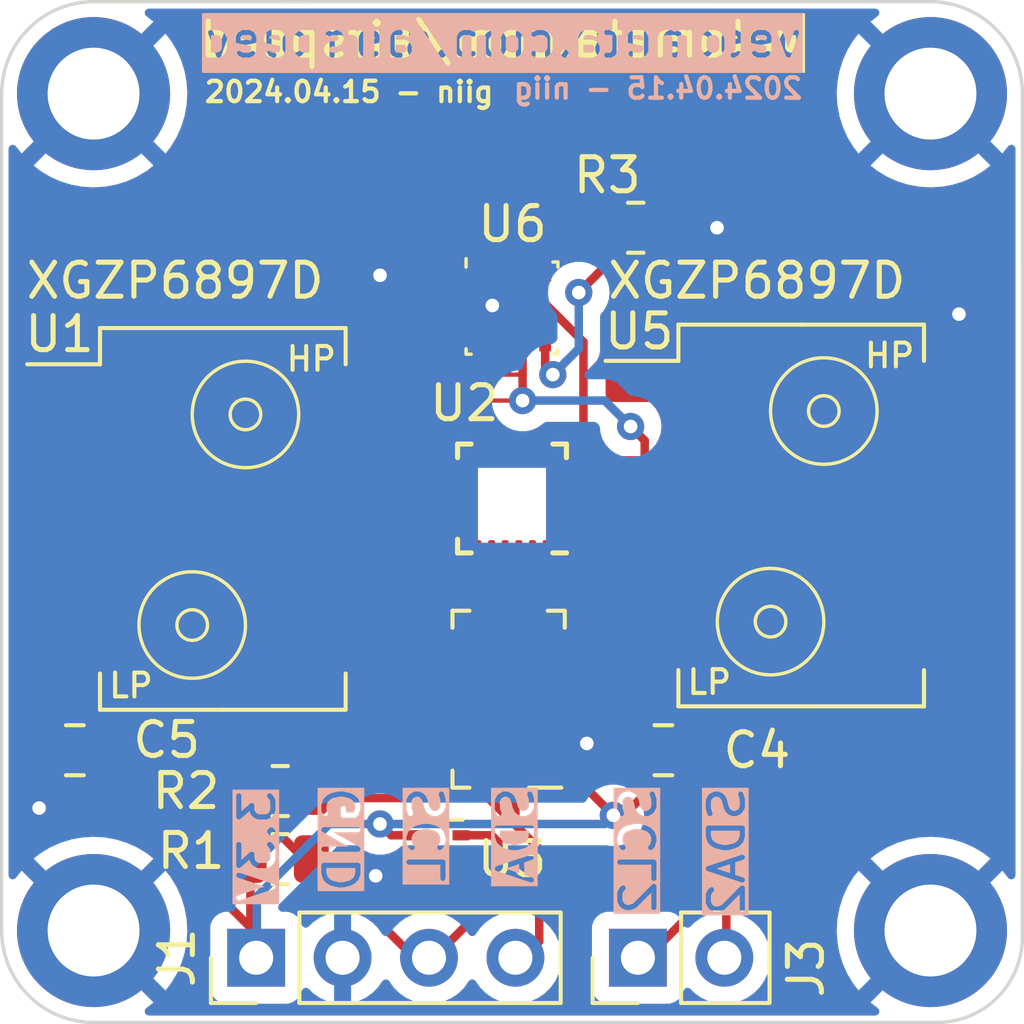
<source format=kicad_pcb>
(kicad_pcb (version 20221018) (generator pcbnew)
  (layers (0 "F.Cu" signal) (31 "B.Cu" signal) (34 "B.Paste" user) (35 "F.Paste" user) (36 "B.SilkS" user "B.Silkscreen") (37 "F.SilkS" user "F.Silkscreen") (38 "B.Mask" user) (39 "F.Mask" user) (44 "Edge.Cuts" user))
  (net 0 "")
  (net 8 "SDA")
  (net 12 "SCL")
  (net 13 "GND")
  (net 14 "3v3")
  (net 26 "Net-(U6-SDO)")
  (net 27 "SDA2")
  (net 28 "SCL2")
  (footprint "Resistor_SMD:R_0805_2012Metric" (layer "F.Cu") (at 68.1875 73.2)
    (fp_text reference "R2" (at -2.7705 0) (layer "F.SilkS" knockout))
    (fp_text value "10k")
    (fp_line (start -0.227064 -0.735) (end 0.227064 -0.735) (stroke (width 0.12)) (layer "F.SilkS"))
    (fp_line (start -0.227064 0.735) (end 0.227064 0.735) (stroke (width 0.12)) (layer "F.SilkS"))
    (pad "1" smd roundrect (at -0.9125 0) (size 1.025 1.4) (layers "F.Cu" "F.Paste" "F.Mask") (roundrect_rratio 0.243902439) (net 14 "3v3"))
    (pad "2" smd roundrect (at 0.9125 0) (size 1.025 1.4) (layers "F.Cu" "F.Paste" "F.Mask") (roundrect_rratio 0.243902439) (net 8 "SDA"))
  )
  (footprint "Capacitor_SMD:C_0805_2012Metric" (layer "F.Cu") (at 79.45 72 180)
    (fp_text reference "C4" (at -2.75 0) (layer "F.SilkS" knockout))
    (fp_text value "C")
    (fp_line (start -0.261252 -0.735) (end 0.261252 -0.735) (stroke (width 0.12)) (layer "F.SilkS"))
    (fp_line (start -0.261252 0.735) (end 0.261252 0.735) (stroke (width 0.12)) (layer "F.SilkS"))
    (pad "1" smd roundrect (at -0.95 0 180) (size 1 1.45) (layers "F.Cu" "F.Paste" "F.Mask") (net 14 "3v3"))
    (pad "2" smd roundrect (at 0.95 0 180) (size 1 1.45) (layers "F.Cu" "F.Paste" "F.Mask") (net 13 "GND"))
  )
  (footprint "Connector_PinHeader_2.54mm:PinHeader_1x04_P2.54mm_Vertical" (layer "F.Cu") (at 67.48 78.1 90)
    (fp_text reference "J1" (at 0 -2.33 90) (layer "F.SilkS"))
    (fp_text value "Conn_01x04_Pin" hide)
    (fp_line (start -1.33 -1.33) (end 0 -1.33) (stroke (width 0.12)) (layer "F.SilkS"))
    (fp_line (start -1.33 0) (end -1.33 -1.33) (stroke (width 0.12)) (layer "F.SilkS"))
    (fp_line (start -1.33 1.27) (end -1.33 8.95) (stroke (width 0.12)) (layer "F.SilkS"))
    (fp_line (start -1.33 1.27) (end 1.33 1.27) (stroke (width 0.12)) (layer "F.SilkS"))
    (fp_line (start -1.33 8.95) (end 1.33 8.95) (stroke (width 0.12)) (layer "F.SilkS"))
    (fp_line (start 1.33 1.27) (end 1.33 8.95) (stroke (width 0.12)) (layer "F.SilkS"))
    (pad "1" thru_hole rect (at 0 0 90) (size 1.7 1.7) (drill 1) (layers "*.Cu" "*.Mask") (net 14 "3v3"))
    (pad "2" thru_hole oval (at 0 2.54 90) (size 1.7 1.7) (drill 1) (layers "*.Cu" "*.Mask") (net 13 "GND"))
    (pad "3" thru_hole oval (at 0 5.08 90) (size 1.7 1.7) (drill 1) (layers "*.Cu" "*.Mask") (net 12 "SCL"))
    (pad "4" thru_hole oval (at 0 7.62 90) (size 1.7 1.7) (drill 1) (layers "*.Cu" "*.Mask") (net 8 "SDA"))
  )
  (footprint "Resistor_SMD:R_0805_2012Metric" (layer "F.Cu") (at 68.1875 75.2)
    (fp_text reference "R1" (at -2.6225 -0.238) (layer "F.SilkS" knockout))
    (fp_text value "10k")
    (fp_line (start -0.227064 -0.735) (end 0.227064 -0.735) (stroke (width 0.12)) (layer "F.SilkS"))
    (fp_line (start -0.227064 0.735) (end 0.227064 0.735) (stroke (width 0.12)) (layer "F.SilkS"))
    (pad "1" smd roundrect (at -0.9125 0) (size 1.025 1.4) (layers "F.Cu" "F.Paste" "F.Mask") (roundrect_rratio 0.243902439) (net 14 "3v3"))
    (pad "2" smd roundrect (at 0.9125 0) (size 1.025 1.4) (layers "F.Cu" "F.Paste" "F.Mask") (roundrect_rratio 0.243902439) (net 12 "SCL"))
  )
  (footprint "Sensor_Motion:InvenSense_QFN-24_3x3mm_P0.4mm" (layer "F.Cu") (at 75 64.6 180)
    (fp_text reference "U2" (at 1.4 2.8) (layer "F.SilkS"))
    (fp_text value "MPU-9250")
    (fp_line (start -1.6 -1.6) (end -1.2 -1.6) (stroke (width 0.15)) (layer "F.SilkS"))
    (fp_line (start -1.6 1.6) (end -1.6 1.2) (stroke (width 0.15)) (layer "F.SilkS"))
    (fp_line (start -1.6 1.6) (end -1.2 1.6) (stroke (width 0.15)) (layer "F.SilkS"))
    (fp_line (start 1.6 -1.6) (end 1.2 -1.6) (stroke (width 0.15)) (layer "F.SilkS"))
    (fp_line (start 1.6 -1.6) (end 1.6 -1.2) (stroke (width 0.15)) (layer "F.SilkS"))
    (fp_line (start 1.6 1.6) (end 1.2 1.6) (stroke (width 0.15)) (layer "F.SilkS"))
    (fp_line (start 1.6 1.6) (end 1.6 1.2) (stroke (width 0.15)) (layer "F.SilkS"))
    (pad "1" smd roundrect (at -1.5 -1 180) (size 0.55 0.2) (layers "F.Cu" "F.Paste" "F.Mask"))
    (pad "2" smd roundrect (at -1.5 -0.6 180) (size 0.55 0.2) (layers "F.Cu" "F.Paste" "F.Mask"))
    (pad "3" smd roundrect (at -1.5 -0.2 180) (size 0.55 0.2) (layers "F.Cu" "F.Paste" "F.Mask"))
    (pad "4" smd roundrect (at -1.5 0.2 180) (size 0.55 0.2) (layers "F.Cu" "F.Paste" "F.Mask"))
    (pad "5" smd roundrect (at -1.5 0.6 180) (size 0.55 0.2) (layers "F.Cu" "F.Paste" "F.Mask"))
    (pad "6" smd roundrect (at -1.5 1 180) (size 0.55 0.2) (layers "F.Cu" "F.Paste" "F.Mask"))
    (pad "7" smd roundrect (at -1 1.5 270) (size 0.55 0.2) (layers "F.Cu" "F.Paste" "F.Mask"))
    (pad "8" smd roundrect (at -0.6 1.5 270) (size 0.55 0.2) (layers "F.Cu" "F.Paste" "F.Mask"))
    (pad "9" smd roundrect (at -0.2 1.5 270) (size 0.55 0.2) (layers "F.Cu" "F.Paste" "F.Mask"))
    (pad "10" smd roundrect (at 0.2 1.5 270) (size 0.55 0.2) (layers "F.Cu" "F.Paste" "F.Mask"))
    (pad "11" smd roundrect (at 0.6 1.5 270) (size 0.55 0.2) (layers "F.Cu" "F.Paste" "F.Mask"))
    (pad "12" smd roundrect (at 1 1.5 270) (size 0.55 0.2) (layers "F.Cu" "F.Paste" "F.Mask"))
    (pad "13" smd roundrect (at 1.5 1 180) (size 0.55 0.2) (layers "F.Cu" "F.Paste" "F.Mask") (net 14 "3v3"))
    (pad "14" smd roundrect (at 1.5 0.6 180) (size 0.55 0.2) (layers "F.Cu" "F.Paste" "F.Mask"))
    (pad "15" smd roundrect (at 1.5 0.2 180) (size 0.55 0.2) (layers "F.Cu" "F.Paste" "F.Mask"))
    (pad "16" smd roundrect (at 1.5 -0.2 180) (size 0.55 0.2) (layers "F.Cu" "F.Paste" "F.Mask"))
    (pad "17" smd roundrect (at 1.5 -0.6 180) (size 0.55 0.2) (layers "F.Cu" "F.Paste" "F.Mask"))
    (pad "18" smd roundrect (at 1.5 -1 180) (size 0.55 0.2) (layers "F.Cu" "F.Paste" "F.Mask") (net 13 "GND"))
    (pad "19" smd roundrect (at 1 -1.5 270) (size 0.55 0.2) (layers "F.Cu" "F.Paste" "F.Mask"))
    (pad "20" smd roundrect (at 0.6 -1.5 270) (size 0.55 0.2) (layers "F.Cu" "F.Paste" "F.Mask"))
    (pad "21" smd roundrect (at 0.2 -1.5 270) (size 0.55 0.2) (layers "F.Cu" "F.Paste" "F.Mask"))
    (pad "22" smd roundrect (at -0.2 -1.5 270) (size 0.55 0.2) (layers "F.Cu" "F.Paste" "F.Mask"))
    (pad "23" smd roundrect (at -0.6 -1.5 270) (size 0.55 0.2) (layers "F.Cu" "F.Paste" "F.Mask") (net 12 "SCL"))
    (pad "24" smd roundrect (at -1 -1.5 270) (size 0.55 0.2) (layers "F.Cu" "F.Paste" "F.Mask") (net 8 "SDA"))
  )
  (footprint "Package_LGA:Bosch_LGA-8_2.5x2.5mm_P0.65mm_ClockwisePinNumbering" (layer "F.Cu") (at 75 59)
    (fp_text reference "U6" (at 0.015 -2.465) (layer "F.SilkS"))
    (fp_text value "BME280")
    (fp_line (start -1.35 -1.2) (end -1.35 -1.45) (stroke (width 0.1)) (layer "F.SilkS"))
    (fp_line (start -1.35 1.35) (end -1.35 1.2) (stroke (width 0.1)) (layer "F.SilkS"))
    (fp_line (start -1.35 1.36) (end -1.2 1.36) (stroke (width 0.1)) (layer "F.SilkS"))
    (fp_line (start 1.2 -1.35) (end 1.35 -1.35) (stroke (width 0.1)) (layer "F.SilkS"))
    (fp_line (start 1.35 -1.35) (end 1.35 -1.2) (stroke (width 0.1)) (layer "F.SilkS"))
    (fp_line (start 1.35 1.35) (end 1.2 1.35) (stroke (width 0.1)) (layer "F.SilkS"))
    (fp_line (start 1.35 1.35) (end 1.35 1.2) (stroke (width 0.1)) (layer "F.SilkS"))
    (pad "1" smd rect (at -0.975 -1.025 90) (size 0.5 0.35) (layers "F.Cu" "F.Paste" "F.Mask") (net 13 "GND"))
    (pad "2" smd rect (at -0.325 -1.025 90) (size 0.5 0.35) (layers "F.Cu" "F.Paste" "F.Mask"))
    (pad "3" smd rect (at 0.325 -1.025 90) (size 0.5 0.35) (layers "F.Cu" "F.Paste" "F.Mask") (net 8 "SDA"))
    (pad "4" smd rect (at 0.975 -1.025 90) (size 0.5 0.35) (layers "F.Cu" "F.Paste" "F.Mask") (net 12 "SCL"))
    (pad "5" smd rect (at 0.975 1.025 90) (size 0.5 0.35) (layers "F.Cu" "F.Paste" "F.Mask") (net 26 "Net-(U6-SDO)"))
    (pad "6" smd rect (at 0.325 1.025 90) (size 0.5 0.35) (layers "F.Cu" "F.Paste" "F.Mask") (net 14 "3v3"))
    (pad "7" smd rect (at -0.325 1.025 90) (size 0.5 0.35) (layers "F.Cu" "F.Paste" "F.Mask") (net 13 "GND"))
    (pad "8" smd rect (at -0.975 1.025 90) (size 0.5 0.35) (layers "F.Cu" "F.Paste" "F.Mask") (net 14 "3v3"))
  )
  (footprint "MountingHole:MountingHole_2.7mm_M2.5_ISO14580_Pad" (layer "F.Cu") (at 62.7 52.7)
    (fp_text reference "H2" hide)
    (fp_text value "MountingHole_Pad" hide)
    (pad "1" thru_hole circle (at 0 0) (size 4.5 4.5) (drill 2.7) (layers "*.Cu" "*.Mask") (net 13 "GND"))
  )
  (footprint "Capacitor_SMD:C_0805_2012Metric" (layer "F.Cu") (at 62.15 72 180)
    (fp_text reference "C5" (at -2.7 0.3) (layer "F.SilkS" knockout))
    (fp_text value "C")
    (fp_line (start -0.261252 -0.735) (end 0.261252 -0.735) (stroke (width 0.12)) (layer "F.SilkS"))
    (fp_line (start -0.261252 0.735) (end 0.261252 0.735) (stroke (width 0.12)) (layer "F.SilkS"))
    (pad "1" smd roundrect (at -0.95 0 180) (size 1 1.45) (layers "F.Cu" "F.Paste" "F.Mask") (net 14 "3v3"))
    (pad "2" smd roundrect (at 0.95 0 180) (size 1 1.45) (layers "F.Cu" "F.Paste" "F.Mask") (net 13 "GND"))
  )
  (footprint "Resistor_SMD:R_0805_2012Metric" (layer "F.Cu") (at 78.6365 56.642)
    (fp_text reference "R3" (at -0.8365 -1.542) (layer "F.SilkS"))
    (fp_text value "10k")
    (fp_line (start -0.227064 -0.735) (end 0.227064 -0.735) (stroke (width 0.12)) (layer "F.SilkS"))
    (fp_line (start -0.227064 0.735) (end 0.227064 0.735) (stroke (width 0.12)) (layer "F.SilkS"))
    (pad "1" smd roundrect (at -0.9125 0) (size 1.025 1.4) (layers "F.Cu" "F.Paste" "F.Mask") (roundrect_rratio 0.243902439) (net 26 "Net-(U6-SDO)"))
    (pad "2" smd roundrect (at 0.9125 0) (size 1.025 1.4) (layers "F.Cu" "F.Paste" "F.Mask") (roundrect_rratio 0.243902439) (net 13 "GND"))
  )
  (footprint "Connector_PinHeader_2.54mm:PinHeader_1x02_P2.54mm_Vertical" (layer "F.Cu") (at 78.7 78.1 90)
    (fp_text reference "J3" (at -0.3 4.94 90) (layer "F.SilkS"))
    (fp_text value "Conn_01x02_Pin" hide)
    (fp_line (start -1.33 -1.33) (end 0 -1.33) (stroke (width 0.12)) (layer "F.SilkS"))
    (fp_line (start -1.33 0) (end -1.33 -1.33) (stroke (width 0.12)) (layer "F.SilkS"))
    (fp_line (start -1.33 1.27) (end -1.33 3.87) (stroke (width 0.12)) (layer "F.SilkS"))
    (fp_line (start -1.33 1.27) (end 1.33 1.27) (stroke (width 0.12)) (layer "F.SilkS"))
    (fp_line (start -1.33 3.87) (end 1.33 3.87) (stroke (width 0.12)) (layer "F.SilkS"))
    (fp_line (start 1.33 1.27) (end 1.33 3.87) (stroke (width 0.12)) (layer "F.SilkS"))
    (pad "1" thru_hole rect (at 0 0 90) (size 1.7 1.7) (drill 1) (layers "*.Cu" "*.Mask") (net 28 "SCL2"))
    (pad "2" thru_hole oval (at 0 2.54 90) (size 1.7 1.7) (drill 1) (layers "*.Cu" "*.Mask") (net 27 "SDA2"))
  )
  (footprint "Sensor_Humidity:Sensirion_DFN-4_1.5x1.5mm_P0.8mm_SHT4x_NoCentralPad" (layer "F.Cu") (at 72.8 74.9 180)
    (fp_text reference "U3" (at -2.2 -0.3) (layer "F.SilkS" knockout))
    (fp_text value "SHT4x" hide)
    (fp_line (start -0.75 0.86) (end 0.75 0.86) (stroke (width 0.12)) (layer "F.SilkS"))
    (fp_line (start 0 -0.86) (end 0.75 -0.86) (stroke (width 0.12)) (layer "F.SilkS"))
    (pad "1" smd rect (at -0.7 -0.4 180) (size 0.5 0.3) (layers "F.Cu" "F.Paste" "F.Mask") (net 8 "SDA"))
    (pad "2" smd rect (at -0.7 0.4 180) (size 0.5 0.3) (layers "F.Cu" "F.Paste" "F.Mask") (net 12 "SCL"))
    (pad "3" smd rect (at 0.7 0.4 180) (size 0.5 0.3) (layers "F.Cu" "F.Paste" "F.Mask") (net 14 "3v3"))
    (pad "4" smd rect (at 0.7 -0.4 180) (size 0.5 0.3) (layers "F.Cu" "F.Paste" "F.Mask") (net 13 "GND"))
  )
  (footprint "MountingHole:MountingHole_2.7mm_M2.5_ISO14580_Pad" (layer "F.Cu") (at 62.7 77.3)
    (fp_text reference "H3" hide)
    (fp_text value "MountingHole_Pad" hide)
    (pad "1" thru_hole circle (at 0 0) (size 4.5 4.5) (drill 2.7) (layers "*.Cu" "*.Mask") (net 13 "GND"))
  )
  (footprint "Package_LGA:LGA-8_3x5mm_P1.25mm" (layer "F.Cu") (at 74.9 70.5 180)
    (fp_text reference "U4" hide)
    (fp_text value "MS5611-01BA" hide)
    (fp_line (start -1.65 2.6) (end -1.65 2.1) (stroke (width 0.12)) (layer "F.SilkS"))
    (fp_line (start -1.55 -2.6) (end -0.6 -2.6) (stroke (width 0.12)) (layer "F.SilkS"))
    (fp_line (start -1.15 2.6) (end -1.65 2.6) (stroke (width 0.12)) (layer "F.SilkS"))
    (fp_line (start 1.15 -2.6) (end 1.65 -2.6) (stroke (width 0.12)) (layer "F.SilkS"))
    (fp_line (start 1.65 -2.6) (end 1.65 -2.1) (stroke (width 0.12)) (layer "F.SilkS"))
    (fp_line (start 1.65 2.1) (end 1.65 2.6) (stroke (width 0.12)) (layer "F.SilkS"))
    (fp_line (start 1.65 2.6) (end 1.15 2.6) (stroke (width 0.12)) (layer "F.SilkS"))
    (pad "1" smd rect (at -1.075 -1.875 180) (size 0.95 0.55) (layers "F.Cu" "F.Paste" "F.Mask") (net 14 "3v3"))
    (pad "2" smd rect (at -1.075 -0.625 180) (size 0.95 0.55) (layers "F.Cu" "F.Paste" "F.Mask"))
    (pad "3" smd rect (at -1.075 0.625 180) (size 0.95 0.55) (layers "F.Cu" "F.Paste" "F.Mask") (net 13 "GND"))
    (pad "4" smd rect (at -1.075 1.875 180) (size 0.95 0.55) (layers "F.Cu" "F.Paste" "F.Mask"))
    (pad "5" smd rect (at 1.075 1.875 180) (size 0.95 0.55) (layers "F.Cu" "F.Paste" "F.Mask"))
    (pad "6" smd rect (at 1.075 0.625 180) (size 0.95 0.55) (layers "F.Cu" "F.Paste" "F.Mask"))
    (pad "7" smd rect (at 1.075 -0.625 180) (size 0.95 0.55) (layers "F.Cu" "F.Paste" "F.Mask") (net 8 "SDA"))
    (pad "8" smd rect (at 1.075 -1.875 180) (size 0.95 0.55) (layers "F.Cu" "F.Paste" "F.Mask") (net 12 "SCL"))
  )
  (footprint "MountingHole:MountingHole_2.7mm_M2.5_ISO14580_Pad" (layer "F.Cu") (at 87.3 52.7)
    (fp_text reference "H1" hide)
    (fp_text value "MountingHole_Pad" hide)
    (pad "1" thru_hole circle (at 0 0) (size 4.5 4.5) (drill 2.7) (layers "*.Cu" "*.Mask") (net 13 "GND"))
  )
  (footprint "MountingHole:MountingHole_2.7mm_M2.5_ISO14580_Pad" (layer "F.Cu") (at 87.3 77.3)
    (fp_text reference "H4" hide)
    (fp_text value "MountingHole_Pad" hide)
    (pad "1" thru_hole circle (at 0 0) (size 4.5 4.5) (drill 2.7) (layers "*.Cu" "*.Mask") (net 13 "GND"))
  )
  (footprint "niig:CFSensor_XGZP6897x" (layer "F.Cu") (at 83.5 65.1)
    (fp_text reference "U5" (at -4.76 -5.41) (layer "F.SilkS" knockout))
    (fp_text value "XGZP6897D" (at -1.3 -6.9) (layer "F.SilkS" knockout))
    (fp_text user "LP" (at -2.7 4.9 unlocked) (layer "F.SilkS") (effects (font (size 0.7 0.7) (thickness 0.12) bold)))
    (fp_text user "HP" (at 2.6 -4.7 unlocked) (layer "F.SilkS") (effects (font (size 0.7 0.7) (thickness 0.12) bold)))
    (fp_line (start -3.61 -5.61) (end -3.61 -4.545) (stroke (width 0.12)) (layer "F.SilkS"))
    (fp_line (start -3.61 -4.545) (end -5.75 -4.545) (stroke (width 0.12)) (layer "F.SilkS"))
    (fp_line (start -3.61 5.61) (end -3.61 4.545) (stroke (width 0.12)) (layer "F.SilkS"))
    (fp_line (start 0 -5.61) (end -3.61 -5.61) (stroke (width 0.12)) (layer "F.SilkS"))
    (fp_line (start 0 -5.61) (end 3.61 -5.61) (stroke (width 0.12)) (layer "F.SilkS"))
    (fp_line (start 0 5.61) (end -3.61 5.61) (stroke (width 0.12)) (layer "F.SilkS"))
    (fp_line (start 0 5.61) (end 3.61 5.61) (stroke (width 0.12)) (layer "F.SilkS"))
    (fp_line (start 3.61 -5.61) (end 3.61 -4.545) (stroke (width 0.12)) (layer "F.SilkS"))
    (fp_line (start 3.61 5.61) (end 3.61 4.545) (stroke (width 0.12)) (layer "F.SilkS"))
    (fp_circle (center -0.9 3.12) (end -0.45 3.12) (stroke (width 0.1)) (fill none) (layer "F.SilkS"))
    (fp_circle (center -0.9 3.12) (end 0.665 3.12) (stroke (width 0.1)) (fill none) (layer "F.SilkS"))
    (fp_circle (center 0.665 -3.07) (end 1.115 -3.07) (stroke (width 0.1)) (fill none) (layer "F.SilkS"))
    (fp_circle (center 0.665 -3.07) (end 2.23 -3.07) (stroke (width 0.1)) (fill none) (layer "F.SilkS"))
    (pad "1" smd roundrect (at -4.6 -3.81) (size 2.3 0.95) (layers "F.Cu" "F.Paste" "F.Mask"))
    (pad "2" smd roundrect (at -4.6 -1.27) (size 2.3 0.95) (layers "F.Cu" "F.Paste" "F.Mask") (net 14 "3v3"))
    (pad "3" smd roundrect (at -4.6 1.27) (size 2.3 0.95) (layers "F.Cu" "F.Paste" "F.Mask"))
    (pad "4" smd roundrect (at -4.6 3.81) (size 2.3 0.95) (layers "F.Cu" "F.Paste" "F.Mask"))
    (pad "5" smd roundrect (at 4.6 3.81) (size 2.3 0.95) (layers "F.Cu" "F.Paste" "F.Mask"))
    (pad "6" smd roundrect (at 4.6 1.27) (size 2.3 0.95) (layers "F.Cu" "F.Paste" "F.Mask") (net 27 "SDA2"))
    (pad "7" smd roundrect (at 4.6 -1.27) (size 2.3 0.95) (layers "F.Cu" "F.Paste" "F.Mask") (net 28 "SCL2"))
    (pad "8" smd roundrect (at 4.6 -3.81) (size 2.3 0.95) (layers "F.Cu" "F.Paste" "F.Mask") (net 13 "GND"))
  )
  (footprint "niig:CFSensor_XGZP6897x" (layer "F.Cu") (at 66.5 65.2)
    (fp_text reference "U1" (at -4.8 -5.43) (layer "F.SilkS" knockout))
    (fp_text value "XGZP6897D" (at -1.4 -7 180) (layer "F.SilkS" knockout))
    (fp_text user "HP" (at 2.6 -4.7 unlocked) (layer "F.SilkS") (effects (font (size 0.7 0.7) (thickness 0.12) bold)))
    (fp_text user "LP" (at -2.7 4.9 unlocked) (layer "F.SilkS") (effects (font (size 0.7 0.7) (thickness 0.12) bold)))
    (fp_line (start -3.61 -5.61) (end -3.61 -4.545) (stroke (width 0.12)) (layer "F.SilkS"))
    (fp_line (start -3.61 -4.545) (end -5.75 -4.545) (stroke (width 0.12)) (layer "F.SilkS"))
    (fp_line (start -3.61 5.61) (end -3.61 4.545) (stroke (width 0.12)) (layer "F.SilkS"))
    (fp_line (start 0 -5.61) (end -3.61 -5.61) (stroke (width 0.12)) (layer "F.SilkS"))
    (fp_line (start 0 -5.61) (end 3.61 -5.61) (stroke (width 0.12)) (layer "F.SilkS"))
    (fp_line (start 0 5.61) (end -3.61 5.61) (stroke (width 0.12)) (layer "F.SilkS"))
    (fp_line (start 0 5.61) (end 3.61 5.61) (stroke (width 0.12)) (layer "F.SilkS"))
    (fp_line (start 3.61 -5.61) (end 3.61 -4.545) (stroke (width 0.12)) (layer "F.SilkS"))
    (fp_line (start 3.61 5.61) (end 3.61 4.545) (stroke (width 0.12)) (layer "F.SilkS"))
    (fp_circle (center -0.9 3.12) (end -0.45 3.12) (stroke (width 0.1)) (fill none) (layer "F.SilkS"))
    (fp_circle (center -0.9 3.12) (end 0.665 3.12) (stroke (width 0.1)) (fill none) (layer "F.SilkS"))
    (fp_circle (center 0.665 -3.07) (end 1.115 -3.07) (stroke (width 0.1)) (fill none) (layer "F.SilkS"))
    (fp_circle (center 0.665 -3.07) (end 2.23 -3.07) (stroke (width 0.1)) (fill none) (layer "F.SilkS"))
    (pad "1" smd roundrect (at -4.6 -3.81) (size 2.3 0.95) (layers "F.Cu" "F.Paste" "F.Mask"))
    (pad "2" smd roundrect (at -4.6 -1.27) (size 2.3 0.95) (layers "F.Cu" "F.Paste" "F.Mask") (net 14 "3v3"))
    (pad "3" smd roundrect (at -4.6 1.27) (size 2.3 0.95) (layers "F.Cu" "F.Paste" "F.Mask"))
    (pad "4" smd roundrect (at -4.6 3.81) (size 2.3 0.95) (layers "F.Cu" "F.Paste" "F.Mask"))
    (pad "5" smd roundrect (at 4.6 3.81) (size 2.3 0.95) (layers "F.Cu" "F.Paste" "F.Mask"))
    (pad "6" smd roundrect (at 4.6 1.27) (size 2.3 0.95) (layers "F.Cu" "F.Paste" "F.Mask") (net 8 "SDA"))
    (pad "7" smd roundrect (at 4.6 -1.27) (size 2.3 0.95) (layers "F.Cu" "F.Paste" "F.Mask") (net 12 "SCL"))
    (pad "8" smd roundrect (at 4.6 -3.81) (size 2.3 0.95) (layers "F.Cu" "F.Paste" "F.Mask") (net 13 "GND"))
  )
  (gr_arc (start 60 52.7) (mid 60.790812 50.790812) (end 62.7 50) (stroke (width 0.1)) (layer "Edge.Cuts"))
  (gr_line (start 62.7 80) (end 87.5 79.999731) (stroke (width 0.1)) (layer "Edge.Cuts"))
  (gr_arc (start 87.3 49.998149) (mid 89.245531 50.825192) (end 90 52.8) (stroke (width 0.1)) (layer "Edge.Cuts"))
  (gr_line (start 62.7 50) (end 87.3 49.998149) (stroke (width 0.1)) (layer "Edge.Cuts"))
  (gr_line (start 60 77.3) (end 60 52.7) (stroke (width 0.1)) (layer "Edge.Cuts"))
  (gr_line (start 90 52.8) (end 89.999731 77.5) (stroke (width 0.1)) (layer "Edge.Cuts"))
  (gr_arc (start 62.7 80) (mid 60.790812 79.209188) (end 60 77.3) (stroke (width 0.1)) (layer "Edge.Cuts"))
  (gr_arc (start 89.999731 77.5) (mid 89.267577 79.267577) (end 87.5 79.999731) (stroke (width 0.1)) (layer "Edge.Cuts"))
  (gr_text "2024.04.15 - niig" (at 83.6 52.9) (layer "B.SilkS") (effects (font (size 0.6 0.6) (thickness 0.125) bold) (justify left bottom mirror)))
  (gr_text "GND" (at 70.6 73 90) (layer "B.SilkS" knockout) (effects (font (size 1 1)) (justify left bottom mirror)))
  (gr_text "3.3V" (at 68.1 73.1 90) (layer "B.SilkS" knockout) (effects (font (size 1 1)) (justify left bottom mirror)))
  (gr_text "SDA2" (at 81.9 73 90) (layer "B.SilkS" knockout) (effects (font (size 1 1)) (justify left bottom mirror)))
  (gr_text "SCL" (at 73.1 73 90) (layer "B.SilkS" knockout) (effects (font (size 1 1)) (justify left bottom mirror)))
  (gr_text "SDA" (at 75.7 73 90) (layer "B.SilkS" knockout) (effects (font (size 1 1)) (justify left bottom mirror)))
  (gr_text "velometa.com/airspeed" (at 83.6 51.7) (layer "B.SilkS" knockout) (effects (font (size 1 1)) (justify left bottom mirror)))
  (gr_text "SCL2" (at 79.3 73 90) (layer "B.SilkS" knockout) (effects (font (size 1 1)) (justify left bottom mirror)))
  (gr_text "2024.04.15 - niig" (at 65.9 53) (layer "F.SilkS") (effects (font (size 0.6 0.6) (thickness 0.125) bold) (justify left bottom)))
  (gr_text "velometa.com/airspeed" (at 65.9 51.7) (layer "F.SilkS" knockout) (effects (font (size 1 1)) (justify left bottom)))
  (segment (start 76.025 66.125) (end 76 66.1) (width 0.125) (layer "F.Cu") (net 8))
  (segment (start 75.65 67.45) (end 75.85 67.45) (width 0.25) (layer "F.Cu") (net 8))
  (segment (start 74.9 68.4) (end 75.1 68.2) (width 0.25) (layer "F.Cu") (net 8))
  (segment (start 75.1 72.5) (end 74.9 72.3) (width 0.25) (layer "F.Cu") (net 8))
  (segment (start 74.9 72.3) (end 74.9 68.4) (width 0.25) (layer "F.Cu") (net 8))
  (segment (start 75.8 74.9) (end 75.1 74.2) (width 0.25) (layer "F.Cu") (net 8))
  (segment (start 74.306 73.406) (end 75.1 74.2) (width 0.25) (layer "F.Cu") (net 8))
  (segment (start 75.7 67.6) (end 77.1 67.6) (width 0.25) (layer "F.Cu") (net 8))
  (segment (start 75.1 72.4) (end 73.825 71.125) (width 0.25) (layer "F.Cu") (net 8))
  (segment (start 76.025 67.275) (end 76.025 66.7) (width 0.25) (layer "F.Cu") (net 8))
  (segment (start 75.7 67.6) (end 76.025 67.275) (width 0.25) (layer "F.Cu") (net 8))
  (segment (start 73.9 67.4) (end 72.03 67.4) (width 0.25) (layer "F.Cu") (net 8))
  (segment (start 76 66.1) (end 76 66.675) (width 0.125) (layer "F.Cu") (net 8))
  (segment (start 77.1 60) (end 75.325 58.225) (width 0.25) (layer "F.Cu") (net 8))
  (segment (start 75.1 74.2) (end 75.1 72.5) (width 0.25) (layer "F.Cu") (net 8))
  (segment (start 75.1 68.2) (end 75.1 68) (width 0.25) (layer "F.Cu") (net 8))
  (segment (start 76 66.675) (end 76.025 66.7) (width 0.125) (layer "F.Cu") (net 8))
  (segment (start 75.1 72.5) (end 75.1 72.4) (width 0.25) (layer "F.Cu") (net 8))
  (segment (start 75.325 58.225) (end 75.325 57.975) (width 0.25) (layer "F.Cu") (net 8))
  (segment (start 75.1 68) (end 75.65 67.45) (width 0.25) (layer "F.Cu") (net 8))
  (segment (start 74.9 68.4) (end 73.9 67.4) (width 0.25) (layer "F.Cu") (net 8))
  (segment (start 76.025 66.5) (end 76.025 66.125) (width 0.125) (layer "F.Cu") (net 8))
  (segment (start 75.8 77.62) (end 75.8 74.9) (width 0.25) (layer "F.Cu") (net 8))
  (segment (start 69.088 73.406) (end 74.306 73.406) (width 0.25) (layer "F.Cu") (net 8))
  (segment (start 75.12 78.3) (end 75.8 77.62) (width 0.25) (layer "F.Cu") (net 8))
  (segment (start 77.1 67.6) (end 77.1 60) (width 0.25) (layer "F.Cu") (net 8))
  (segment (start 72.03 67.4) (end 71.1 66.47) (width 0.25) (layer "F.Cu") (net 8))
  (segment (start 76.025 66.7) (end 76.025 66.5) (width 0.25) (layer "F.Cu") (net 8))
  (segment (start 69.135 75.438) (end 69.469 75.438) (width 0.25) (layer "F.Cu") (net 12))
  (segment (start 72.5 78.3) (end 74.6 76.2) (width 0.25) (layer "F.Cu") (net 12))
  (segment (start 68.199 74.502) (end 69.135 75.438) (width 0.25) (layer "F.Cu") (net 12))
  (segment (start 68.58 70.485) (end 68.199 70.866) (width 0.25) (layer "F.Cu") (net 12))
  (segment (start 73.4 56.6) (end 75.6 56.6) (width 0.25) (layer "F.Cu") (net 12))
  (segment (start 71.1 64) (end 72.5 65.4) (width 0.25) (layer "F.Cu") (net 12))
  (segment (start 75.5 66.8) (end 75.6 66.7) (width 0.125) (layer "F.Cu") (net 12))
  (segment (start 69.469 75.438) (end 72.331 78.3) (width 0.25) (layer "F.Cu") (net 12))
  (segment (start 75.6 66.7) (end 75.6 66.1) (width 0.125) (layer "F.Cu") (net 12))
  (segment (start 74.6 74.7) (end 74.4 74.5) (width 0.25) (layer "F.Cu") (net 12))
  (segment (start 70.47 72.375) (end 73.825 72.375) (width 0.25) (layer "F.Cu") (net 12))
  (segment (start 72.331 78.3) (end 72.5 78.3) (width 0.25) (layer "F.Cu") (net 12))
  (segment (start 76 57) (end 75.975 57.025) (width 0.25) (layer "F.Cu") (net 12))
  (segment (start 68.199 70.866) (end 68.199 74.502) (width 0.25) (layer "F.Cu") (net 12))
  (segment (start 75.975 57.025) (end 75.975 57.975) (width 0.25) (layer "F.Cu") (net 12))
  (segment (start 75.6 56.6) (end 76 57) (width 0.25) (layer "F.Cu") (net 12))
  (segment (start 72.5 65.4) (end 72.7 65.6) (width 0.25) (layer "F.Cu") (net 12))
  (segment (start 71.1 63.93) (end 71.1 64) (width 0.25) (layer "F.Cu") (net 12))
  (segment (start 68.58 70.485) (end 70.47 72.375) (width 0.25) (layer "F.Cu") (net 12))
  (segment (start 71.1 63.93) (end 71.27 63.93) (width 0.25) (layer "F.Cu") (net 12))
  (segment (start 71.27 63.93) (end 73.1 62.1) (width 0.25) (layer "F.Cu") (net 12))
  (segment (start 71.1 63.93) (end 68.58 66.45) (width 0.25) (layer "F.Cu") (net 12))
  (segment (start 73.1 56.9) (end 73.4 56.6) (width 0.25) (layer "F.Cu") (net 12))
  (segment (start 74.6 76.2) (end 74.6 74.7) (width 0.25) (layer "F.Cu") (net 12))
  (segment (start 68.58 66.45) (end 68.58 70.485) (width 0.25) (layer "F.Cu") (net 12))
  (segment (start 72.7 66.8) (end 75.5 66.8) (width 0.25) (layer "F.Cu") (net 12))
  (segment (start 74.4 74.5) (end 73.5 74.5) (width 0.25) (layer "F.Cu") (net 12))
  (segment (start 73.1 62.1) (end 73.1 56.9) (width 0.25) (layer "F.Cu") (net 12))
  (segment (start 72.7 65.6) (end 72.7 66.8) (width 0.25) (layer "F.Cu") (net 12))
  (segment (start 71.1 61.39) (end 71.1 58.059) (width 0.25) (layer "F.Cu") (net 13))
  (segment (start 81.026 56.642) (end 80.899 56.642) (width 0.25) (layer "F.Cu") (net 13))
  (segment (start 77.1 71.8) (end 77.1 71.8) (width 0.25) (layer "F.Cu") (net 13))
  (segment (start 88.1 61.29) (end 88.1 59.22) (width 0.25) (layer "F.Cu") (net 13))
  (segment (start 74.422 58.928) (end 74.675 59.181) (width 0.125) (layer "F.Cu") (net 13))
  (segment (start 61.2 72) (end 61.2 73.6) (width 0.25) (layer "F.Cu") (net 13))
  (segment (start 74.025 57.975) (end 74.025 58.531) (width 0.125) (layer "F.Cu") (net 13))
  (segment (start 77.2 71.9) (end 77.2 71.8) (width 0.25) (layer "F.Cu") (net 13))
  (segment (start 74.675 59.181) (end 74.675 60.025) (width 0.125) (layer "F.Cu") (net 13))
  (segment (start 77.3 72) (end 77.2 71.9) (width 0.25) (layer "F.Cu") (net 13))
  (segment (start 72.1 75.3) (end 71.385 75.3) (width 0.25) (layer "F.Cu") (net 13))
  (segment (start 71.385 75.3) (end 70.993 75.692) (width 0.25) (layer "F.Cu") (net 13))
  (segment (start 79.549 56.642) (end 81.026 56.642) (width 0.25) (layer "F.Cu") (net 13))
  (segment (start 78.15 72) (end 77.3 72) (width 0.25) (layer "F.Cu") (net 13))
  (segment (start 77.2 71.8) (end 77.1 71.8) (width 0.25) (layer "F.Cu") (net 13))
  (segment (start 74.025 58.531) (end 74.422 58.928) (width 0.125) (layer "F.Cu") (net 13))
  (segment (start 88.1 59.22) (end 88.138 59.182) (width 0.25) (layer "F.Cu") (net 13))
  (segment (start 71.1 58.059) (end 71.12 58.039) (width 0.25) (layer "F.Cu") (net 13))
  (via (at 61.1 73.7) (size 0.8) (drill 0.4) (layers "F.Cu" "B.Cu") (net 13))
  (via (at 81.026 56.642) (size 0.8) (drill 0.4) (layers "F.Cu" "B.Cu") (net 13))
  (via (at 74.422 58.928) (size 0.8) (drill 0.4) (layers "F.Cu" "B.Cu") (net 13))
  (via (at 77.2 71.8) (size 0.8) (drill 0.4) (layers "F.Cu" "B.Cu") (net 13))
  (via (at 71.12 58.039) (size 0.8) (drill 0.4) (layers "F.Cu" "B.Cu") (net 13))
  (via (at 70.993 75.692) (size 0.8) (drill 0.4) (layers "F.Cu" "B.Cu") (net 13))
  (via (at 88.138 59.182) (size 0.8) (drill 0.4) (layers "F.Cu" "B.Cu") (net 13))
  (segment (start 78.9 63.83) (end 78.9 62.898) (width 0.25) (layer "F.Cu") (net 14))
  (segment (start 67.263 73.406) (end 67.263 75.391) (width 0.25) (layer "F.Cu") (net 14))
  (segment (start 73.025 62.865) (end 73.025 63.125) (width 0.125) (layer "F.Cu") (net 14))
  (segment (start 67.31 75.438) (end 67.31 76.09) (width 0.25) (layer "F.Cu") (net 14))
  (segment (start 75.975 72.375) (end 76.439 72.375) (width 0.25) (layer "F.Cu") (net 14))
  (segment (start 74.041 60.706) (end 74.295 60.96) (width 0.125) (layer "F.Cu") (net 14))
  (segment (start 64.5 66.53) (end 64.5 70.6) (width 0.25) (layer "F.Cu") (net 14))
  (segment (start 67.263 75.391) (end 67.31 75.438) (width 0.25) (layer "F.Cu") (net 14))
  (segment (start 75.311 60.96) (end 75.311 60.039) (width 0.25) (layer "F.Cu") (net 14))
  (segment (start 78.286 73.914) (end 82.169 70.031) (width 0.25) (layer "F.Cu") (net 14))
  (segment (start 61.9 63.93) (end 64.5 66.53) (width 0.25) (layer "F.Cu") (net 14))
  (segment (start 74.025 60.025) (end 74.041 60.041) (width 0.125) (layer "F.Cu") (net 14))
  (segment (start 67.5 77.4) (end 63.1 73) (width 0.25) (layer "F.Cu") (net 14))
  (segment (start 73.025 63.125) (end 73.5 63.6) (width 0.125) (layer "F.Cu") (net 14))
  (segment (start 72.1 74.5) (end 71.452 74.5) (width 0.25) (layer "F.Cu") (net 14))
  (segment (start 71.452 74.5) (end 71.12 74.168) (width 0.25) (layer "F.Cu") (net 14))
  (segment (start 63.1 73) (end 63.1 72) (width 0.25) (layer "F.Cu") (net 14))
  (segment (start 82.169 70.031) (end 82.169 67.099) (width 0.25) (layer "F.Cu") (net 14))
  (segment (start 67.31 78.11) (end 67.5 78.3) (width 0.25) (layer "F.Cu") (net 14))
  (segment (start 75.311 60.039) (end 75.325 60.025) (width 0.25) (layer "F.Cu") (net 14))
  (segment (start 74.295 60.96) (end 75.311 60.96) (width 0.125) (layer "F.Cu") (net 14))
  (segment (start 75.311 61.722) (end 74.168 61.722) (width 0.125) (layer "F.Cu") (net 14))
  (segment (start 77.978 73.914) (end 78.286 73.914) (width 0.25) (layer "F.Cu") (net 14))
  (segment (start 82.169 67.099) (end 78.9 63.83) (width 0.25) (layer "F.Cu") (net 14))
  (segment (start 78.9 62.898) (end 78.486 62.484) (width 0.25) (layer "F.Cu") (net 14))
  (segment (start 67.31 75.438) (end 67.31 78.11) (width 0.25) (layer "F.Cu") (net 14))
  (segment (start 67.5 78.3) (end 67.5 77.4) (width 0.25) (layer "F.Cu") (net 14))
  (segment (start 64.5 70.6) (end 63.1 72) (width 0.25) (layer "F.Cu") (net 14))
  (segment (start 74.168 61.722) (end 73.025 62.865) (width 0.125) (layer "F.Cu") (net 14))
  (segment (start 76.439 72.375) (end 77.978 73.914) (width 0.25) (layer "F.Cu") (net 14))
  (segment (start 75.311 61.722) (end 75.311 60.96) (width 0.25) (layer "F.Cu") (net 14))
  (segment (start 74.041 60.041) (end 74.041 60.706) (width 0.125) (layer "F.Cu") (net 14))
  (segment (start 67.238 75.438) (end 67.31 75.438) (width 0.25) (layer "F.Cu") (net 14))
  (via (at 78.486 62.484) (size 0.8) (drill 0.4) (layers "F.Cu" "B.Cu") (net 14))
  (via (at 71.12 74.168) (size 0.8) (drill 0.4) (layers "F.Cu" "B.Cu") (net 14))
  (via (at 75.311 61.722) (size 0.8) (drill 0.4) (layers "F.Cu" "B.Cu") (net 14))
  (via (at 77.978 73.914) (size 0.8) (drill 0.4) (layers "F.Cu" "B.Cu") (net 14))
  (segment (start 77.724 74.168) (end 77.978 73.914) (width 0.25) (layer "B.Cu") (net 14))
  (segment (start 75.311 61.722) (end 75.184 61.722) (width 0.25) (layer "B.Cu") (net 14))
  (segment (start 78.486 62.484) (end 77.724 61.722) (width 0.25) (layer "B.Cu") (net 14))
  (segment (start 67.5 78.3) (end 67.5 76.3) (width 0.25) (layer "B.Cu") (net 14))
  (segment (start 71.12 74.168) (end 77.724 74.168) (width 0.25) (layer "B.Cu") (net 14))
  (segment (start 67.5 76.3) (end 69.632 74.168) (width 0.25) (layer "B.Cu") (net 14))
  (segment (start 77.978 73.914) (end 78.105 73.787) (width 0.25) (layer "B.Cu") (net 14))
  (segment (start 69.632 74.168) (end 71.12 74.168) (width 0.25) (layer "B.Cu") (net 14))
  (segment (start 77.724 61.722) (end 75.311 61.722) (width 0.25) (layer "B.Cu") (net 14))
  (segment (start 77.724 56.642) (end 77.724 57.785) (width 0.25) (layer "F.Cu") (net 26))
  (segment (start 75.975 60.735) (end 76.2 60.96) (width 0.25) (layer "F.Cu") (net 26))
  (segment (start 75.975 60.025) (end 75.975 60.735) (width 0.25) (layer "F.Cu") (net 26))
  (segment (start 76.2 60.96) (end 76.073 60.833) (width 0.25) (layer "F.Cu") (net 26))
  (segment (start 77.724 57.785) (end 76.962 58.547) (width 0.25) (layer "F.Cu") (net 26))
  (via (at 76.962 58.547) (size 0.8) (drill 0.4) (layers "F.Cu" "B.Cu") (net 26))
  (via (at 76.2 60.96) (size 0.8) (drill 0.4) (layers "F.Cu" "B.Cu") (net 26))
  (segment (start 76.581 60.579) (end 76.962 60.198) (width 0.25) (layer "B.Cu") (net 26))
  (segment (start 76.2 60.96) (end 76.581 60.579) (width 0.25) (layer "B.Cu") (net 26))
  (segment (start 76.962 60.198) (end 76.962 58.547) (width 0.25) (layer "B.Cu") (net 26))
  (segment (start 87.63 66.37) (end 88.1 66.37) (width 0.25) (layer "F.Cu") (net 27))
  (segment (start 85.8 68.2) (end 87.63 66.37) (width 0.25) (layer "F.Cu") (net 27))
  (segment (start 81.3 76.7) (end 85.8 72.2) (width 0.25) (layer "F.Cu") (net 27))
  (segment (start 85.8 72.2) (end 85.8 68.2) (width 0.25) (layer "F.Cu") (net 27))
  (segment (start 81.3 78.3) (end 81.3 76.7) (width 0.25) (layer "F.Cu") (net 27))
  (segment (start 88.1 63.83) (end 87.57 63.83) (width 0.25) (layer "F.Cu") (net 28))
  (segment (start 87.57 63.83) (end 85.3 66.1) (width 0.25) (layer "F.Cu") (net 28))
  (segment (start 85.3 71.76) (end 78.76 78.3) (width 0.25) (layer "F.Cu") (net 28))
  (segment (start 85.3 66.1) (end 85.3 71.76) (width 0.25) (layer "F.Cu") (net 28))
  (zone (net 0) (net_name "") (layer "B.Cu") (name "mpu9250") (connect_pads (clearance 0)) (min_thickness 0.25)
    (keepout (tracks not_allowed) (vias not_allowed) (pads not_allowed) (copperpour not_allowed) (footprints allowed))
    (fill (thermal_gap 0.5) (thermal_bridge_width 0.5))
    (polygon (pts (xy 74 64.1) (xy 76 64.1) (xy 76 65.9) (xy 74 65.9)))
  )
  (zone (net 13) (net_name "GND") (layer "B.Cu") (priority 1) (connect_pads (clearance 0.5)) (min_thickness 0.25) (fill yes (thermal_gap 0.5) (thermal_bridge_width 0.5))
    (polygon (pts (xy 60.2 50.2) (xy 89.8 50.2) (xy 89.8 79.8) (xy 60.2 79.8)))
  )
  (zone (net 0) (net_name "") (layer "B.Cu") (name "mpu") (connect_pads (clearance 0)) (min_thickness 0.25)
    (keepout (tracks not_allowed) (vias not_allowed) (pads not_allowed) (copperpour not_allowed) (footprints allowed))
    (fill (thermal_gap 0.5) (thermal_bridge_width 0.5))
    (polygon (pts (xy 76 65.9) (xy 76 63.7) (xy 74 63.7) (xy 74 65.9)))
  )
)
</source>
